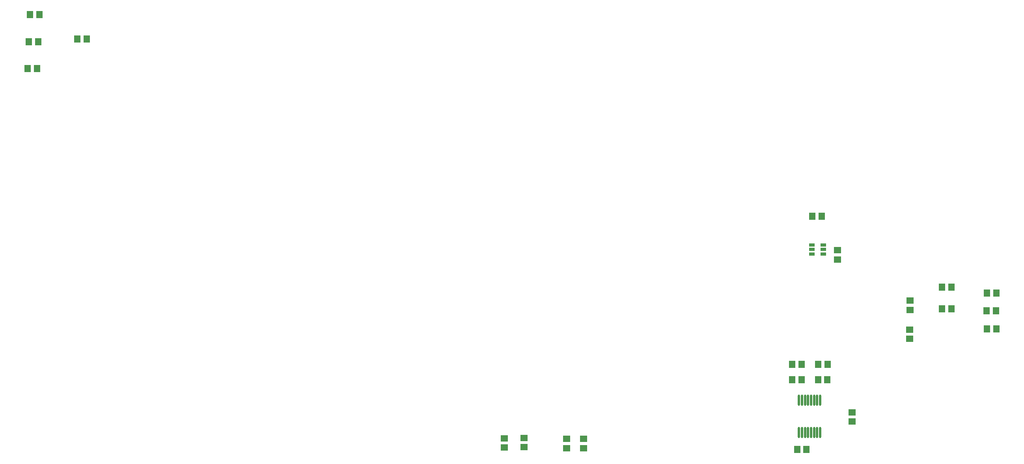
<source format=gbp>
G04*
G04 #@! TF.GenerationSoftware,Altium Limited,Altium Designer,18.1.6 (161)*
G04*
G04 Layer_Color=128*
%FSLAX25Y25*%
%MOIN*%
G70*
G01*
G75*
%ADD17R,0.05512X0.05906*%
%ADD18R,0.05906X0.05512*%
%ADD63R,0.05118X0.02756*%
%ADD64O,0.01772X0.09449*%
D17*
X250063Y471000D02*
D03*
X257937D02*
D03*
X879150Y320760D02*
D03*
X871276D02*
D03*
X858563Y123520D02*
D03*
X866437D02*
D03*
X884150Y195520D02*
D03*
X876276D02*
D03*
X862150D02*
D03*
X854276D02*
D03*
X884024Y182520D02*
D03*
X876150D02*
D03*
X854276D02*
D03*
X862150D02*
D03*
X1026937Y256000D02*
D03*
X1019063D02*
D03*
X210063Y491500D02*
D03*
X217937D02*
D03*
X216874Y468500D02*
D03*
X209000D02*
D03*
X208000Y446000D02*
D03*
X215874D02*
D03*
X988874Y261000D02*
D03*
X981000D02*
D03*
X988937Y242500D02*
D03*
X981063D02*
D03*
X1019063Y225500D02*
D03*
X1026937D02*
D03*
X1018626Y241000D02*
D03*
X1026500D02*
D03*
D18*
X905000Y147063D02*
D03*
Y154937D02*
D03*
X953500Y224937D02*
D03*
Y217063D02*
D03*
X892776Y292197D02*
D03*
Y284323D02*
D03*
X954000Y249500D02*
D03*
Y241626D02*
D03*
X678000Y132500D02*
D03*
Y124626D02*
D03*
X663500Y132500D02*
D03*
Y124626D02*
D03*
X627500Y125500D02*
D03*
Y133374D02*
D03*
X611000Y133000D02*
D03*
Y125126D02*
D03*
D63*
X871051Y296500D02*
D03*
Y292760D02*
D03*
Y289020D02*
D03*
X880500D02*
D03*
Y292760D02*
D03*
Y296500D02*
D03*
D64*
X877957Y137740D02*
D03*
X875398D02*
D03*
X872839D02*
D03*
X870280D02*
D03*
X867720D02*
D03*
X865161D02*
D03*
X862602D02*
D03*
X860043D02*
D03*
X877957Y165299D02*
D03*
X875398D02*
D03*
X872839D02*
D03*
X870280D02*
D03*
X867720D02*
D03*
X865161D02*
D03*
X862602D02*
D03*
X860043D02*
D03*
M02*

</source>
